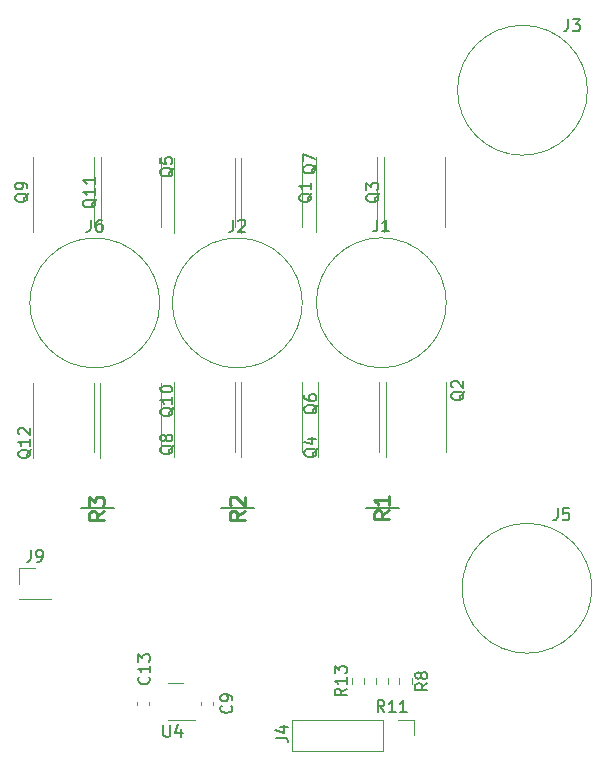
<source format=gbr>
%TF.GenerationSoftware,KiCad,Pcbnew,(6.0.1)*%
%TF.CreationDate,2022-02-15T00:41:15-08:00*%
%TF.ProjectId,OpenMC,4f70656e-4d43-42e6-9b69-6361645f7063,rev?*%
%TF.SameCoordinates,Original*%
%TF.FileFunction,Legend,Top*%
%TF.FilePolarity,Positive*%
%FSLAX46Y46*%
G04 Gerber Fmt 4.6, Leading zero omitted, Abs format (unit mm)*
G04 Created by KiCad (PCBNEW (6.0.1)) date 2022-02-15 00:41:15*
%MOMM*%
%LPD*%
G01*
G04 APERTURE LIST*
%ADD10C,0.150000*%
%ADD11C,0.254000*%
%ADD12C,0.120000*%
%ADD13C,0.200000*%
G04 APERTURE END LIST*
D10*
%TO.C,Q2*%
X153963619Y-116681238D02*
X153916000Y-116776476D01*
X153820761Y-116871714D01*
X153677904Y-117014571D01*
X153630285Y-117109809D01*
X153630285Y-117205047D01*
X153868380Y-117157428D02*
X153820761Y-117252666D01*
X153725523Y-117347904D01*
X153535047Y-117395523D01*
X153201714Y-117395523D01*
X153011238Y-117347904D01*
X152916000Y-117252666D01*
X152868380Y-117157428D01*
X152868380Y-116966952D01*
X152916000Y-116871714D01*
X153011238Y-116776476D01*
X153201714Y-116728857D01*
X153535047Y-116728857D01*
X153725523Y-116776476D01*
X153820761Y-116871714D01*
X153868380Y-116966952D01*
X153868380Y-117157428D01*
X152963619Y-116347904D02*
X152916000Y-116300285D01*
X152868380Y-116205047D01*
X152868380Y-115966952D01*
X152916000Y-115871714D01*
X152963619Y-115824095D01*
X153058857Y-115776476D01*
X153154095Y-115776476D01*
X153296952Y-115824095D01*
X153868380Y-116395523D01*
X153868380Y-115776476D01*
%TO.C,Q11*%
X122777619Y-100393428D02*
X122730000Y-100488666D01*
X122634761Y-100583904D01*
X122491904Y-100726761D01*
X122444285Y-100822000D01*
X122444285Y-100917238D01*
X122682380Y-100869619D02*
X122634761Y-100964857D01*
X122539523Y-101060095D01*
X122349047Y-101107714D01*
X122015714Y-101107714D01*
X121825238Y-101060095D01*
X121730000Y-100964857D01*
X121682380Y-100869619D01*
X121682380Y-100679142D01*
X121730000Y-100583904D01*
X121825238Y-100488666D01*
X122015714Y-100441047D01*
X122349047Y-100441047D01*
X122539523Y-100488666D01*
X122634761Y-100583904D01*
X122682380Y-100679142D01*
X122682380Y-100869619D01*
X122682380Y-99488666D02*
X122682380Y-100060095D01*
X122682380Y-99774380D02*
X121682380Y-99774380D01*
X121825238Y-99869619D01*
X121920476Y-99964857D01*
X121968095Y-100060095D01*
X122682380Y-98536285D02*
X122682380Y-99107714D01*
X122682380Y-98822000D02*
X121682380Y-98822000D01*
X121825238Y-98917238D01*
X121920476Y-99012476D01*
X121968095Y-99107714D01*
D11*
%TO.C,R1*%
X147589723Y-126754466D02*
X146984961Y-127177800D01*
X147589723Y-127480180D02*
X146319723Y-127480180D01*
X146319723Y-126996371D01*
X146380200Y-126875419D01*
X146440676Y-126814942D01*
X146561628Y-126754466D01*
X146743057Y-126754466D01*
X146864009Y-126814942D01*
X146924485Y-126875419D01*
X146984961Y-126996371D01*
X146984961Y-127480180D01*
X147589723Y-125544942D02*
X147589723Y-126270657D01*
X147589723Y-125907800D02*
X146319723Y-125907800D01*
X146501152Y-126028752D01*
X146622104Y-126149704D01*
X146682580Y-126270657D01*
D10*
%TO.C,C13*%
X127230142Y-140850857D02*
X127277761Y-140898476D01*
X127325380Y-141041333D01*
X127325380Y-141136571D01*
X127277761Y-141279428D01*
X127182523Y-141374666D01*
X127087285Y-141422285D01*
X126896809Y-141469904D01*
X126753952Y-141469904D01*
X126563476Y-141422285D01*
X126468238Y-141374666D01*
X126373000Y-141279428D01*
X126325380Y-141136571D01*
X126325380Y-141041333D01*
X126373000Y-140898476D01*
X126420619Y-140850857D01*
X127325380Y-139898476D02*
X127325380Y-140469904D01*
X127325380Y-140184190D02*
X126325380Y-140184190D01*
X126468238Y-140279428D01*
X126563476Y-140374666D01*
X126611095Y-140469904D01*
X126325380Y-139565142D02*
X126325380Y-138946095D01*
X126706333Y-139279428D01*
X126706333Y-139136571D01*
X126753952Y-139041333D01*
X126801571Y-138993714D01*
X126896809Y-138946095D01*
X127134904Y-138946095D01*
X127230142Y-138993714D01*
X127277761Y-139041333D01*
X127325380Y-139136571D01*
X127325380Y-139422285D01*
X127277761Y-139517523D01*
X127230142Y-139565142D01*
%TO.C,Q1*%
X141052619Y-99917238D02*
X141005000Y-100012476D01*
X140909761Y-100107714D01*
X140766904Y-100250571D01*
X140719285Y-100345809D01*
X140719285Y-100441047D01*
X140957380Y-100393428D02*
X140909761Y-100488666D01*
X140814523Y-100583904D01*
X140624047Y-100631523D01*
X140290714Y-100631523D01*
X140100238Y-100583904D01*
X140005000Y-100488666D01*
X139957380Y-100393428D01*
X139957380Y-100202952D01*
X140005000Y-100107714D01*
X140100238Y-100012476D01*
X140290714Y-99964857D01*
X140624047Y-99964857D01*
X140814523Y-100012476D01*
X140909761Y-100107714D01*
X140957380Y-100202952D01*
X140957380Y-100393428D01*
X140957380Y-99012476D02*
X140957380Y-99583904D01*
X140957380Y-99298190D02*
X139957380Y-99298190D01*
X140100238Y-99393428D01*
X140195476Y-99488666D01*
X140243095Y-99583904D01*
%TO.C,J1*%
X146592666Y-102131980D02*
X146592666Y-102846266D01*
X146545047Y-102989123D01*
X146449809Y-103084361D01*
X146306952Y-103131980D01*
X146211714Y-103131980D01*
X147592666Y-103131980D02*
X147021238Y-103131980D01*
X147306952Y-103131980D02*
X147306952Y-102131980D01*
X147211714Y-102274838D01*
X147116476Y-102370076D01*
X147021238Y-102417695D01*
%TO.C,R13*%
X143980180Y-141841457D02*
X143503990Y-142174790D01*
X143980180Y-142412885D02*
X142980180Y-142412885D01*
X142980180Y-142031933D01*
X143027800Y-141936695D01*
X143075419Y-141889076D01*
X143170657Y-141841457D01*
X143313514Y-141841457D01*
X143408752Y-141889076D01*
X143456371Y-141936695D01*
X143503990Y-142031933D01*
X143503990Y-142412885D01*
X143980180Y-140889076D02*
X143980180Y-141460504D01*
X143980180Y-141174790D02*
X142980180Y-141174790D01*
X143123038Y-141270028D01*
X143218276Y-141365266D01*
X143265895Y-141460504D01*
X142980180Y-140555742D02*
X142980180Y-139936695D01*
X143361133Y-140270028D01*
X143361133Y-140127171D01*
X143408752Y-140031933D01*
X143456371Y-139984314D01*
X143551609Y-139936695D01*
X143789704Y-139936695D01*
X143884942Y-139984314D01*
X143932561Y-140031933D01*
X143980180Y-140127171D01*
X143980180Y-140412885D01*
X143932561Y-140508123D01*
X143884942Y-140555742D01*
%TO.C,J5*%
X161845666Y-126579380D02*
X161845666Y-127293666D01*
X161798047Y-127436523D01*
X161702809Y-127531761D01*
X161559952Y-127579380D01*
X161464714Y-127579380D01*
X162798047Y-126579380D02*
X162321857Y-126579380D01*
X162274238Y-127055571D01*
X162321857Y-127007952D01*
X162417095Y-126960333D01*
X162655190Y-126960333D01*
X162750428Y-127007952D01*
X162798047Y-127055571D01*
X162845666Y-127150809D01*
X162845666Y-127388904D01*
X162798047Y-127484142D01*
X162750428Y-127531761D01*
X162655190Y-127579380D01*
X162417095Y-127579380D01*
X162321857Y-127531761D01*
X162274238Y-127484142D01*
%TO.C,R8*%
X150820380Y-141390666D02*
X150344190Y-141724000D01*
X150820380Y-141962095D02*
X149820380Y-141962095D01*
X149820380Y-141581142D01*
X149868000Y-141485904D01*
X149915619Y-141438285D01*
X150010857Y-141390666D01*
X150153714Y-141390666D01*
X150248952Y-141438285D01*
X150296571Y-141485904D01*
X150344190Y-141581142D01*
X150344190Y-141962095D01*
X150248952Y-140819238D02*
X150201333Y-140914476D01*
X150153714Y-140962095D01*
X150058476Y-141009714D01*
X150010857Y-141009714D01*
X149915619Y-140962095D01*
X149868000Y-140914476D01*
X149820380Y-140819238D01*
X149820380Y-140628761D01*
X149868000Y-140533523D01*
X149915619Y-140485904D01*
X150010857Y-140438285D01*
X150058476Y-140438285D01*
X150153714Y-140485904D01*
X150201333Y-140533523D01*
X150248952Y-140628761D01*
X150248952Y-140819238D01*
X150296571Y-140914476D01*
X150344190Y-140962095D01*
X150439428Y-141009714D01*
X150629904Y-141009714D01*
X150725142Y-140962095D01*
X150772761Y-140914476D01*
X150820380Y-140819238D01*
X150820380Y-140628761D01*
X150772761Y-140533523D01*
X150725142Y-140485904D01*
X150629904Y-140438285D01*
X150439428Y-140438285D01*
X150344190Y-140485904D01*
X150296571Y-140533523D01*
X150248952Y-140628761D01*
%TO.C,Q9*%
X117037219Y-99917238D02*
X116989600Y-100012476D01*
X116894361Y-100107714D01*
X116751504Y-100250571D01*
X116703885Y-100345809D01*
X116703885Y-100441047D01*
X116941980Y-100393428D02*
X116894361Y-100488666D01*
X116799123Y-100583904D01*
X116608647Y-100631523D01*
X116275314Y-100631523D01*
X116084838Y-100583904D01*
X115989600Y-100488666D01*
X115941980Y-100393428D01*
X115941980Y-100202952D01*
X115989600Y-100107714D01*
X116084838Y-100012476D01*
X116275314Y-99964857D01*
X116608647Y-99964857D01*
X116799123Y-100012476D01*
X116894361Y-100107714D01*
X116941980Y-100202952D01*
X116941980Y-100393428D01*
X116941980Y-99488666D02*
X116941980Y-99298190D01*
X116894361Y-99202952D01*
X116846742Y-99155333D01*
X116703885Y-99060095D01*
X116513409Y-99012476D01*
X116132457Y-99012476D01*
X116037219Y-99060095D01*
X115989600Y-99107714D01*
X115941980Y-99202952D01*
X115941980Y-99393428D01*
X115989600Y-99488666D01*
X116037219Y-99536285D01*
X116132457Y-99583904D01*
X116370552Y-99583904D01*
X116465790Y-99536285D01*
X116513409Y-99488666D01*
X116561028Y-99393428D01*
X116561028Y-99202952D01*
X116513409Y-99107714D01*
X116465790Y-99060095D01*
X116370552Y-99012476D01*
%TO.C,Q3*%
X146767619Y-99917238D02*
X146720000Y-100012476D01*
X146624761Y-100107714D01*
X146481904Y-100250571D01*
X146434285Y-100345809D01*
X146434285Y-100441047D01*
X146672380Y-100393428D02*
X146624761Y-100488666D01*
X146529523Y-100583904D01*
X146339047Y-100631523D01*
X146005714Y-100631523D01*
X145815238Y-100583904D01*
X145720000Y-100488666D01*
X145672380Y-100393428D01*
X145672380Y-100202952D01*
X145720000Y-100107714D01*
X145815238Y-100012476D01*
X146005714Y-99964857D01*
X146339047Y-99964857D01*
X146529523Y-100012476D01*
X146624761Y-100107714D01*
X146672380Y-100202952D01*
X146672380Y-100393428D01*
X145672380Y-99631523D02*
X145672380Y-99012476D01*
X146053333Y-99345809D01*
X146053333Y-99202952D01*
X146100952Y-99107714D01*
X146148571Y-99060095D01*
X146243809Y-99012476D01*
X146481904Y-99012476D01*
X146577142Y-99060095D01*
X146624761Y-99107714D01*
X146672380Y-99202952D01*
X146672380Y-99488666D01*
X146624761Y-99583904D01*
X146577142Y-99631523D01*
%TO.C,Q8*%
X129325619Y-121253238D02*
X129278000Y-121348476D01*
X129182761Y-121443714D01*
X129039904Y-121586571D01*
X128992285Y-121681809D01*
X128992285Y-121777047D01*
X129230380Y-121729428D02*
X129182761Y-121824666D01*
X129087523Y-121919904D01*
X128897047Y-121967523D01*
X128563714Y-121967523D01*
X128373238Y-121919904D01*
X128278000Y-121824666D01*
X128230380Y-121729428D01*
X128230380Y-121538952D01*
X128278000Y-121443714D01*
X128373238Y-121348476D01*
X128563714Y-121300857D01*
X128897047Y-121300857D01*
X129087523Y-121348476D01*
X129182761Y-121443714D01*
X129230380Y-121538952D01*
X129230380Y-121729428D01*
X128658952Y-120729428D02*
X128611333Y-120824666D01*
X128563714Y-120872285D01*
X128468476Y-120919904D01*
X128420857Y-120919904D01*
X128325619Y-120872285D01*
X128278000Y-120824666D01*
X128230380Y-120729428D01*
X128230380Y-120538952D01*
X128278000Y-120443714D01*
X128325619Y-120396095D01*
X128420857Y-120348476D01*
X128468476Y-120348476D01*
X128563714Y-120396095D01*
X128611333Y-120443714D01*
X128658952Y-120538952D01*
X128658952Y-120729428D01*
X128706571Y-120824666D01*
X128754190Y-120872285D01*
X128849428Y-120919904D01*
X129039904Y-120919904D01*
X129135142Y-120872285D01*
X129182761Y-120824666D01*
X129230380Y-120729428D01*
X129230380Y-120538952D01*
X129182761Y-120443714D01*
X129135142Y-120396095D01*
X129039904Y-120348476D01*
X128849428Y-120348476D01*
X128754190Y-120396095D01*
X128706571Y-120443714D01*
X128658952Y-120538952D01*
%TO.C,C9*%
X134215142Y-143295666D02*
X134262761Y-143343285D01*
X134310380Y-143486142D01*
X134310380Y-143581380D01*
X134262761Y-143724238D01*
X134167523Y-143819476D01*
X134072285Y-143867095D01*
X133881809Y-143914714D01*
X133738952Y-143914714D01*
X133548476Y-143867095D01*
X133453238Y-143819476D01*
X133358000Y-143724238D01*
X133310380Y-143581380D01*
X133310380Y-143486142D01*
X133358000Y-143343285D01*
X133405619Y-143295666D01*
X134310380Y-142819476D02*
X134310380Y-142629000D01*
X134262761Y-142533761D01*
X134215142Y-142486142D01*
X134072285Y-142390904D01*
X133881809Y-142343285D01*
X133500857Y-142343285D01*
X133405619Y-142390904D01*
X133358000Y-142438523D01*
X133310380Y-142533761D01*
X133310380Y-142724238D01*
X133358000Y-142819476D01*
X133405619Y-142867095D01*
X133500857Y-142914714D01*
X133738952Y-142914714D01*
X133834190Y-142867095D01*
X133881809Y-142819476D01*
X133929428Y-142724238D01*
X133929428Y-142533761D01*
X133881809Y-142438523D01*
X133834190Y-142390904D01*
X133738952Y-142343285D01*
%TO.C,J2*%
X134400666Y-102146980D02*
X134400666Y-102861266D01*
X134353047Y-103004123D01*
X134257809Y-103099361D01*
X134114952Y-103146980D01*
X134019714Y-103146980D01*
X134829238Y-102242219D02*
X134876857Y-102194600D01*
X134972095Y-102146980D01*
X135210190Y-102146980D01*
X135305428Y-102194600D01*
X135353047Y-102242219D01*
X135400666Y-102337457D01*
X135400666Y-102432695D01*
X135353047Y-102575552D01*
X134781619Y-103146980D01*
X135400666Y-103146980D01*
D11*
%TO.C,R3*%
X123459723Y-126805266D02*
X122854961Y-127228600D01*
X123459723Y-127530980D02*
X122189723Y-127530980D01*
X122189723Y-127047171D01*
X122250200Y-126926219D01*
X122310676Y-126865742D01*
X122431628Y-126805266D01*
X122613057Y-126805266D01*
X122734009Y-126865742D01*
X122794485Y-126926219D01*
X122854961Y-127047171D01*
X122854961Y-127530980D01*
X122189723Y-126381933D02*
X122189723Y-125595742D01*
X122673533Y-126019076D01*
X122673533Y-125837647D01*
X122734009Y-125716695D01*
X122794485Y-125656219D01*
X122915438Y-125595742D01*
X123217819Y-125595742D01*
X123338771Y-125656219D01*
X123399247Y-125716695D01*
X123459723Y-125837647D01*
X123459723Y-126200504D01*
X123399247Y-126321457D01*
X123338771Y-126381933D01*
D10*
%TO.C,Q6*%
X141517619Y-117824238D02*
X141470000Y-117919476D01*
X141374761Y-118014714D01*
X141231904Y-118157571D01*
X141184285Y-118252809D01*
X141184285Y-118348047D01*
X141422380Y-118300428D02*
X141374761Y-118395666D01*
X141279523Y-118490904D01*
X141089047Y-118538523D01*
X140755714Y-118538523D01*
X140565238Y-118490904D01*
X140470000Y-118395666D01*
X140422380Y-118300428D01*
X140422380Y-118109952D01*
X140470000Y-118014714D01*
X140565238Y-117919476D01*
X140755714Y-117871857D01*
X141089047Y-117871857D01*
X141279523Y-117919476D01*
X141374761Y-118014714D01*
X141422380Y-118109952D01*
X141422380Y-118300428D01*
X140422380Y-117014714D02*
X140422380Y-117205190D01*
X140470000Y-117300428D01*
X140517619Y-117348047D01*
X140660476Y-117443285D01*
X140850952Y-117490904D01*
X141231904Y-117490904D01*
X141327142Y-117443285D01*
X141374761Y-117395666D01*
X141422380Y-117300428D01*
X141422380Y-117109952D01*
X141374761Y-117014714D01*
X141327142Y-116967095D01*
X141231904Y-116919476D01*
X140993809Y-116919476D01*
X140898571Y-116967095D01*
X140850952Y-117014714D01*
X140803333Y-117109952D01*
X140803333Y-117300428D01*
X140850952Y-117395666D01*
X140898571Y-117443285D01*
X140993809Y-117490904D01*
D11*
%TO.C,R2*%
X135346923Y-126805266D02*
X134742161Y-127228600D01*
X135346923Y-127530980D02*
X134076923Y-127530980D01*
X134076923Y-127047171D01*
X134137400Y-126926219D01*
X134197876Y-126865742D01*
X134318828Y-126805266D01*
X134500257Y-126805266D01*
X134621209Y-126865742D01*
X134681685Y-126926219D01*
X134742161Y-127047171D01*
X134742161Y-127530980D01*
X134197876Y-126321457D02*
X134137400Y-126260980D01*
X134076923Y-126140028D01*
X134076923Y-125837647D01*
X134137400Y-125716695D01*
X134197876Y-125656219D01*
X134318828Y-125595742D01*
X134439780Y-125595742D01*
X134621209Y-125656219D01*
X135346923Y-126381933D01*
X135346923Y-125595742D01*
D10*
%TO.C,Q4*%
X141517619Y-121507238D02*
X141470000Y-121602476D01*
X141374761Y-121697714D01*
X141231904Y-121840571D01*
X141184285Y-121935809D01*
X141184285Y-122031047D01*
X141422380Y-121983428D02*
X141374761Y-122078666D01*
X141279523Y-122173904D01*
X141089047Y-122221523D01*
X140755714Y-122221523D01*
X140565238Y-122173904D01*
X140470000Y-122078666D01*
X140422380Y-121983428D01*
X140422380Y-121792952D01*
X140470000Y-121697714D01*
X140565238Y-121602476D01*
X140755714Y-121554857D01*
X141089047Y-121554857D01*
X141279523Y-121602476D01*
X141374761Y-121697714D01*
X141422380Y-121792952D01*
X141422380Y-121983428D01*
X140755714Y-120697714D02*
X141422380Y-120697714D01*
X140374761Y-120935809D02*
X141089047Y-121173904D01*
X141089047Y-120554857D01*
%TO.C,Q10*%
X129325619Y-118046428D02*
X129278000Y-118141666D01*
X129182761Y-118236904D01*
X129039904Y-118379761D01*
X128992285Y-118475000D01*
X128992285Y-118570238D01*
X129230380Y-118522619D02*
X129182761Y-118617857D01*
X129087523Y-118713095D01*
X128897047Y-118760714D01*
X128563714Y-118760714D01*
X128373238Y-118713095D01*
X128278000Y-118617857D01*
X128230380Y-118522619D01*
X128230380Y-118332142D01*
X128278000Y-118236904D01*
X128373238Y-118141666D01*
X128563714Y-118094047D01*
X128897047Y-118094047D01*
X129087523Y-118141666D01*
X129182761Y-118236904D01*
X129230380Y-118332142D01*
X129230380Y-118522619D01*
X129230380Y-117141666D02*
X129230380Y-117713095D01*
X129230380Y-117427380D02*
X128230380Y-117427380D01*
X128373238Y-117522619D01*
X128468476Y-117617857D01*
X128516095Y-117713095D01*
X128230380Y-116522619D02*
X128230380Y-116427380D01*
X128278000Y-116332142D01*
X128325619Y-116284523D01*
X128420857Y-116236904D01*
X128611333Y-116189285D01*
X128849428Y-116189285D01*
X129039904Y-116236904D01*
X129135142Y-116284523D01*
X129182761Y-116332142D01*
X129230380Y-116427380D01*
X129230380Y-116522619D01*
X129182761Y-116617857D01*
X129135142Y-116665476D01*
X129039904Y-116713095D01*
X128849428Y-116760714D01*
X128611333Y-116760714D01*
X128420857Y-116713095D01*
X128325619Y-116665476D01*
X128278000Y-116617857D01*
X128230380Y-116522619D01*
%TO.C,Q12*%
X117260619Y-121602428D02*
X117213000Y-121697666D01*
X117117761Y-121792904D01*
X116974904Y-121935761D01*
X116927285Y-122031000D01*
X116927285Y-122126238D01*
X117165380Y-122078619D02*
X117117761Y-122173857D01*
X117022523Y-122269095D01*
X116832047Y-122316714D01*
X116498714Y-122316714D01*
X116308238Y-122269095D01*
X116213000Y-122173857D01*
X116165380Y-122078619D01*
X116165380Y-121888142D01*
X116213000Y-121792904D01*
X116308238Y-121697666D01*
X116498714Y-121650047D01*
X116832047Y-121650047D01*
X117022523Y-121697666D01*
X117117761Y-121792904D01*
X117165380Y-121888142D01*
X117165380Y-122078619D01*
X117165380Y-120697666D02*
X117165380Y-121269095D01*
X117165380Y-120983380D02*
X116165380Y-120983380D01*
X116308238Y-121078619D01*
X116403476Y-121173857D01*
X116451095Y-121269095D01*
X116260619Y-120316714D02*
X116213000Y-120269095D01*
X116165380Y-120173857D01*
X116165380Y-119935761D01*
X116213000Y-119840523D01*
X116260619Y-119792904D01*
X116355857Y-119745285D01*
X116451095Y-119745285D01*
X116593952Y-119792904D01*
X117165380Y-120364333D01*
X117165380Y-119745285D01*
%TO.C,R11*%
X147185142Y-143835380D02*
X146851809Y-143359190D01*
X146613714Y-143835380D02*
X146613714Y-142835380D01*
X146994666Y-142835380D01*
X147089904Y-142883000D01*
X147137523Y-142930619D01*
X147185142Y-143025857D01*
X147185142Y-143168714D01*
X147137523Y-143263952D01*
X147089904Y-143311571D01*
X146994666Y-143359190D01*
X146613714Y-143359190D01*
X148137523Y-143835380D02*
X147566095Y-143835380D01*
X147851809Y-143835380D02*
X147851809Y-142835380D01*
X147756571Y-142978238D01*
X147661333Y-143073476D01*
X147566095Y-143121095D01*
X149089904Y-143835380D02*
X148518476Y-143835380D01*
X148804190Y-143835380D02*
X148804190Y-142835380D01*
X148708952Y-142978238D01*
X148613714Y-143073476D01*
X148518476Y-143121095D01*
%TO.C,J9*%
X117268666Y-130091380D02*
X117268666Y-130805666D01*
X117221047Y-130948523D01*
X117125809Y-131043761D01*
X116982952Y-131091380D01*
X116887714Y-131091380D01*
X117792476Y-131091380D02*
X117982952Y-131091380D01*
X118078190Y-131043761D01*
X118125809Y-130996142D01*
X118221047Y-130853285D01*
X118268666Y-130662809D01*
X118268666Y-130281857D01*
X118221047Y-130186619D01*
X118173428Y-130139000D01*
X118078190Y-130091380D01*
X117887714Y-130091380D01*
X117792476Y-130139000D01*
X117744857Y-130186619D01*
X117697238Y-130281857D01*
X117697238Y-130519952D01*
X117744857Y-130615190D01*
X117792476Y-130662809D01*
X117887714Y-130710428D01*
X118078190Y-130710428D01*
X118173428Y-130662809D01*
X118221047Y-130615190D01*
X118268666Y-130519952D01*
%TO.C,Q5*%
X129325619Y-97758238D02*
X129278000Y-97853476D01*
X129182761Y-97948714D01*
X129039904Y-98091571D01*
X128992285Y-98186809D01*
X128992285Y-98282047D01*
X129230380Y-98234428D02*
X129182761Y-98329666D01*
X129087523Y-98424904D01*
X128897047Y-98472523D01*
X128563714Y-98472523D01*
X128373238Y-98424904D01*
X128278000Y-98329666D01*
X128230380Y-98234428D01*
X128230380Y-98043952D01*
X128278000Y-97948714D01*
X128373238Y-97853476D01*
X128563714Y-97805857D01*
X128897047Y-97805857D01*
X129087523Y-97853476D01*
X129182761Y-97948714D01*
X129230380Y-98043952D01*
X129230380Y-98234428D01*
X128230380Y-96901095D02*
X128230380Y-97377285D01*
X128706571Y-97424904D01*
X128658952Y-97377285D01*
X128611333Y-97282047D01*
X128611333Y-97043952D01*
X128658952Y-96948714D01*
X128706571Y-96901095D01*
X128801809Y-96853476D01*
X129039904Y-96853476D01*
X129135142Y-96901095D01*
X129182761Y-96948714D01*
X129230380Y-97043952D01*
X129230380Y-97282047D01*
X129182761Y-97377285D01*
X129135142Y-97424904D01*
%TO.C,Q7*%
X141390619Y-97504238D02*
X141343000Y-97599476D01*
X141247761Y-97694714D01*
X141104904Y-97837571D01*
X141057285Y-97932809D01*
X141057285Y-98028047D01*
X141295380Y-97980428D02*
X141247761Y-98075666D01*
X141152523Y-98170904D01*
X140962047Y-98218523D01*
X140628714Y-98218523D01*
X140438238Y-98170904D01*
X140343000Y-98075666D01*
X140295380Y-97980428D01*
X140295380Y-97789952D01*
X140343000Y-97694714D01*
X140438238Y-97599476D01*
X140628714Y-97551857D01*
X140962047Y-97551857D01*
X141152523Y-97599476D01*
X141247761Y-97694714D01*
X141295380Y-97789952D01*
X141295380Y-97980428D01*
X140295380Y-97218523D02*
X140295380Y-96551857D01*
X141295380Y-96980428D01*
%TO.C,J4*%
X138009380Y-146002333D02*
X138723666Y-146002333D01*
X138866523Y-146049952D01*
X138961761Y-146145190D01*
X139009380Y-146288047D01*
X139009380Y-146383285D01*
X138342714Y-145097571D02*
X139009380Y-145097571D01*
X137961761Y-145335666D02*
X138676047Y-145573761D01*
X138676047Y-144954714D01*
%TO.C,U4*%
X128475595Y-144933380D02*
X128475595Y-145742904D01*
X128523214Y-145838142D01*
X128570833Y-145885761D01*
X128666071Y-145933380D01*
X128856547Y-145933380D01*
X128951785Y-145885761D01*
X128999404Y-145838142D01*
X129047023Y-145742904D01*
X129047023Y-144933380D01*
X129951785Y-145266714D02*
X129951785Y-145933380D01*
X129713690Y-144885761D02*
X129475595Y-145600047D01*
X130094642Y-145600047D01*
%TO.C,J3*%
X162734666Y-85177380D02*
X162734666Y-85891666D01*
X162687047Y-86034523D01*
X162591809Y-86129761D01*
X162448952Y-86177380D01*
X162353714Y-86177380D01*
X163115619Y-85177380D02*
X163734666Y-85177380D01*
X163401333Y-85558333D01*
X163544190Y-85558333D01*
X163639428Y-85605952D01*
X163687047Y-85653571D01*
X163734666Y-85748809D01*
X163734666Y-85986904D01*
X163687047Y-86082142D01*
X163639428Y-86129761D01*
X163544190Y-86177380D01*
X163258476Y-86177380D01*
X163163238Y-86129761D01*
X163115619Y-86082142D01*
%TO.C,J6*%
X122335666Y-102146980D02*
X122335666Y-102861266D01*
X122288047Y-103004123D01*
X122192809Y-103099361D01*
X122049952Y-103146980D01*
X121954714Y-103146980D01*
X123240428Y-102146980D02*
X123049952Y-102146980D01*
X122954714Y-102194600D01*
X122907095Y-102242219D01*
X122811857Y-102385076D01*
X122764238Y-102575552D01*
X122764238Y-102956504D01*
X122811857Y-103051742D01*
X122859476Y-103099361D01*
X122954714Y-103146980D01*
X123145190Y-103146980D01*
X123240428Y-103099361D01*
X123288047Y-103051742D01*
X123335666Y-102956504D01*
X123335666Y-102718409D01*
X123288047Y-102623171D01*
X123240428Y-102575552D01*
X123145190Y-102527933D01*
X122954714Y-102527933D01*
X122859476Y-102575552D01*
X122811857Y-102623171D01*
X122764238Y-102718409D01*
D12*
%TO.C,Q2*%
X152442400Y-121817000D02*
X152442400Y-115927000D01*
X147302400Y-122272000D02*
X147302400Y-115927000D01*
%TO.C,Q11*%
X128300000Y-102767000D02*
X128300000Y-96877000D01*
X123160000Y-103222000D02*
X123160000Y-96877000D01*
D13*
%TO.C,R1*%
X145605200Y-126542800D02*
X148425200Y-126542800D01*
D12*
%TO.C,C13*%
X126236000Y-143269580D02*
X126236000Y-142988420D01*
X127256000Y-143269580D02*
X127256000Y-142988420D01*
%TO.C,Q1*%
X146575000Y-102767000D02*
X146575000Y-96877000D01*
X141435000Y-103222000D02*
X141435000Y-96877000D01*
%TO.C,J1*%
X152426000Y-109179600D02*
G75*
G03*
X152426000Y-109179600I-5500000J0D01*
G01*
%TO.C,R13*%
X145480300Y-141435858D02*
X145480300Y-140961342D01*
X144435300Y-141435858D02*
X144435300Y-140961342D01*
%TO.C,J5*%
X164758000Y-133350000D02*
G75*
G03*
X164758000Y-133350000I-5500000J0D01*
G01*
%TO.C,R8*%
X148448500Y-141461258D02*
X148448500Y-140986742D01*
X149493500Y-141461258D02*
X149493500Y-140986742D01*
%TO.C,Q9*%
X122559600Y-102767000D02*
X122559600Y-96877000D01*
X117419600Y-103222000D02*
X117419600Y-96877000D01*
%TO.C,Q3*%
X147150000Y-103222000D02*
X147150000Y-96877000D01*
X152290000Y-102767000D02*
X152290000Y-96877000D01*
%TO.C,Q8*%
X129370000Y-122272000D02*
X129370000Y-115927000D01*
X134510000Y-121817000D02*
X134510000Y-115927000D01*
%TO.C,C9*%
X131697000Y-142988420D02*
X131697000Y-143269580D01*
X132717000Y-142988420D02*
X132717000Y-143269580D01*
%TO.C,J2*%
X140234000Y-109194600D02*
G75*
G03*
X140234000Y-109194600I-5500000J0D01*
G01*
D13*
%TO.C,R3*%
X121475200Y-126593600D02*
X124295200Y-126593600D01*
D12*
%TO.C,Q6*%
X135059600Y-122272000D02*
X135059600Y-115927000D01*
X140199600Y-121817000D02*
X140199600Y-115927000D01*
D13*
%TO.C,R2*%
X133362400Y-126593600D02*
X136182400Y-126593600D01*
D12*
%TO.C,Q4*%
X146702000Y-121817000D02*
X146702000Y-115927000D01*
X141562000Y-122272000D02*
X141562000Y-115927000D01*
%TO.C,Q10*%
X123147000Y-122294400D02*
X123147000Y-115949400D01*
X128287000Y-121839400D02*
X128287000Y-115949400D01*
%TO.C,Q12*%
X122572000Y-121839400D02*
X122572000Y-115949400D01*
X117432000Y-122294400D02*
X117432000Y-115949400D01*
%TO.C,R11*%
X147512300Y-141461258D02*
X147512300Y-140986742D01*
X146467300Y-141461258D02*
X146467300Y-140986742D01*
%TO.C,J9*%
X116272000Y-134239000D02*
X116272000Y-134299000D01*
X116272000Y-131639000D02*
X117602000Y-131639000D01*
X116272000Y-134239000D02*
X118932000Y-134239000D01*
X116272000Y-134299000D02*
X118932000Y-134299000D01*
X118932000Y-134239000D02*
X118932000Y-134299000D01*
X116272000Y-132969000D02*
X116272000Y-131639000D01*
%TO.C,Q5*%
X129370000Y-103244400D02*
X129370000Y-96899400D01*
X134510000Y-102789400D02*
X134510000Y-96899400D01*
%TO.C,Q7*%
X135085000Y-103244400D02*
X135085000Y-96899400D01*
X140225000Y-102789400D02*
X140225000Y-96899400D01*
%TO.C,J4*%
X148336000Y-144466000D02*
X149666000Y-144466000D01*
X139386000Y-144466000D02*
X139386000Y-147126000D01*
X147066000Y-147126000D02*
X139386000Y-147126000D01*
X147066000Y-144466000D02*
X139386000Y-144466000D01*
X149666000Y-144466000D02*
X149666000Y-145796000D01*
X147066000Y-144466000D02*
X147066000Y-147126000D01*
%TO.C,U4*%
X129491500Y-144501000D02*
X128841500Y-144501000D01*
X129491500Y-144501000D02*
X131166500Y-144501000D01*
X129491500Y-141381000D02*
X130141500Y-141381000D01*
X129491500Y-141381000D02*
X128841500Y-141381000D01*
%TO.C,J3*%
X164377000Y-91186000D02*
G75*
G03*
X164377000Y-91186000I-5500000J0D01*
G01*
%TO.C,J6*%
X128169000Y-109194600D02*
G75*
G03*
X128169000Y-109194600I-5500000J0D01*
G01*
%TD*%
M02*

</source>
